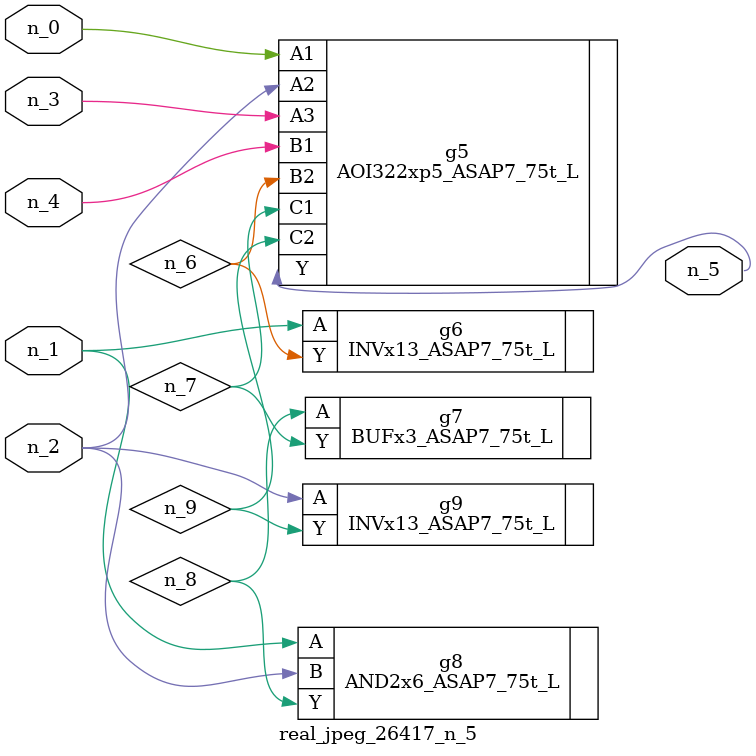
<source format=v>
module real_jpeg_26417_n_5 (n_4, n_0, n_1, n_2, n_3, n_5);

input n_4;
input n_0;
input n_1;
input n_2;
input n_3;

output n_5;

wire n_8;
wire n_6;
wire n_7;
wire n_9;

AOI322xp5_ASAP7_75t_L g5 ( 
.A1(n_0),
.A2(n_2),
.A3(n_3),
.B1(n_4),
.B2(n_6),
.C1(n_7),
.C2(n_9),
.Y(n_5)
);

INVx13_ASAP7_75t_L g6 ( 
.A(n_1),
.Y(n_6)
);

AND2x6_ASAP7_75t_L g8 ( 
.A(n_1),
.B(n_2),
.Y(n_8)
);

INVx13_ASAP7_75t_L g9 ( 
.A(n_2),
.Y(n_9)
);

BUFx3_ASAP7_75t_L g7 ( 
.A(n_8),
.Y(n_7)
);


endmodule
</source>
